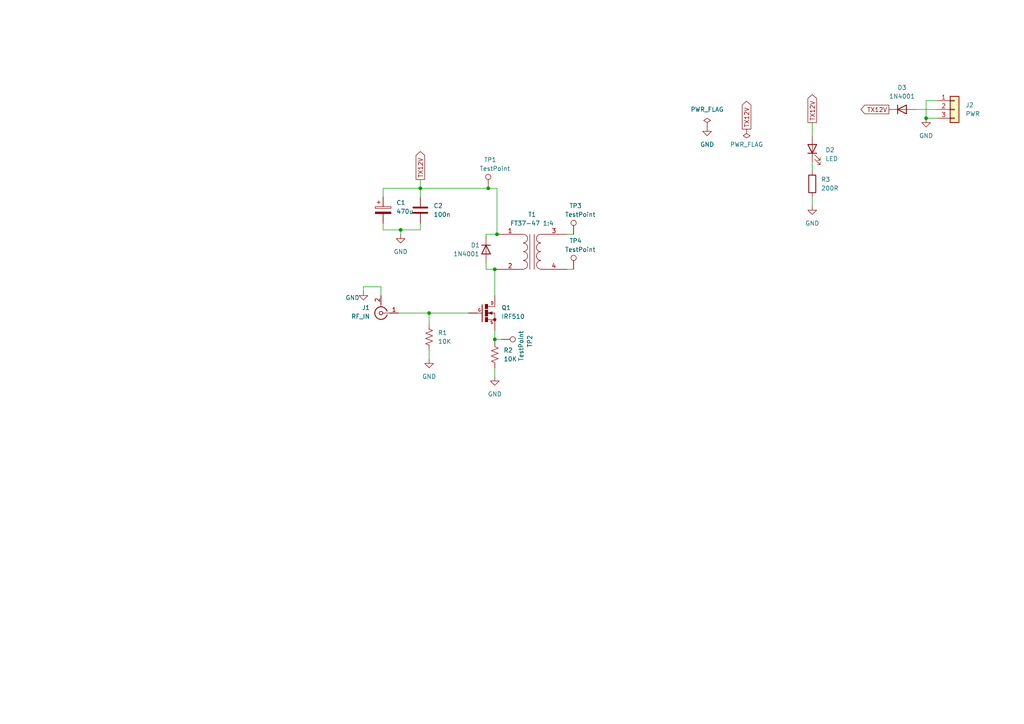
<source format=kicad_sch>
(kicad_sch (version 20211123) (generator eeschema)
  (paper "A4")
  (lib_symbols
    (symbol "Connector:Conn_Coaxial" (pin_names (offset 1.016) hide)
      (property "Reference" "J" (at 0.254 3.048 0))
      (property "Value" "Conn_Coaxial" (at 2.921 0 90))
      (symbol "Conn_Coaxial_0_1"
        (arc (start -1.778 -0.508) (mid 0.2311 -1.8066) (end 1.778 0) (stroke (width 0.254)))
        (polyline (pts (xy -2.54 0) (xy -0.508 0)))
        (polyline (pts (xy 0 -2.54) (xy 0 -1.778)))
        (circle (center 0 0) (radius 0.508) (stroke (width 0.2032)))
        (arc (start 1.778 0) (mid 0.2099 1.8101) (end -1.778 0.508) (stroke (width 0.254)))
      )
      (symbol "Conn_Coaxial_1_1"
        (pin passive line (at -5.08 0 0) (length 2.54) (name "In") (number "1"))
        (pin passive line (at 0 -5.08 90) (length 2.54) (name "Ext") (number "2"))
      )
    )
    (symbol "Connector:TestPoint" (pin_numbers hide) (pin_names (offset 0.762) hide)
      (property "Reference" "TP" (at 0 6.858 0))
      (property "Value" "TestPoint" (at 0 5.08 0))
      (symbol "TestPoint_0_1"
        (circle (center 0 3.302) (radius 0.762))
      )
      (symbol "TestPoint_1_1"
        (pin passive line (at 0 0 90) (length 2.54) (name "1") (number "1"))
      )
    )
    (symbol "Connector_Generic:Conn_01x03" (pin_names (offset 1.016) hide)
      (property "Reference" "J" (at 0 5.08 0))
      (property "Value" "Conn_01x03" (at 0 -5.08 0))
      (symbol "Conn_01x03_1_1"
        (rectangle (start -1.27 -2.413) (end 0 -2.667) (stroke (width 0.1524)))
        (rectangle (start -1.27 0.127) (end 0 -0.127) (stroke (width 0.1524)))
        (rectangle (start -1.27 2.667) (end 0 2.413) (stroke (width 0.1524)))
        (rectangle (start -1.27 3.81) (end 1.27 -3.81) (stroke (width 0.254)) (fill (type background)))
        (pin passive line (at -5.08 2.54 0) (length 3.81) (name "Pin_1") (number "1"))
        (pin passive line (at -5.08 0 0) (length 3.81) (name "Pin_2") (number "2"))
        (pin passive line (at -5.08 -2.54 0) (length 3.81) (name "Pin_3") (number "3"))
      )
    )
    (symbol "Custom_RF:Generic Transfomer" (pin_names (offset 1.016) hide)
      (property "Reference" "T" (at 0 6.35 0))
      (property "Value" "Generic Transfomer" (at 0 -7.62 0))
      (symbol "Generic Transfomer_0_1"
        (arc (start -2.54 -5.0546) (mid -1.6599 -4.6901) (end -1.27 -3.81))
        (arc (start -2.54 -2.5146) (mid -1.6599 -2.1501) (end -1.27 -1.27))
        (arc (start -2.54 0.0254) (mid -1.6599 0.3899) (end -1.27 1.27))
        (arc (start -2.54 2.5654) (mid -1.6599 2.9299) (end -1.27 3.81))
        (arc (start -1.27 -3.81) (mid -1.642 -2.912) (end -2.54 -2.54))
        (arc (start -1.27 -1.27) (mid -1.642 -0.372) (end -2.54 0))
        (arc (start -1.27 1.27) (mid -1.642 2.168) (end -2.54 2.54))
        (arc (start -1.27 3.81) (mid -1.642 4.708) (end -2.54 5.08))
        (polyline (pts (xy -0.635 5.08) (xy -0.635 -5.08)))
        (polyline (pts (xy 0.635 -5.08) (xy 0.635 5.08)))
        (arc (start 1.2954 -1.27) (mid 1.6599 -2.1501) (end 2.54 -2.5146))
        (arc (start 1.2954 1.27) (mid 1.6599 0.3899) (end 2.54 0.0254))
        (arc (start 1.2954 3.81) (mid 1.6599 2.9299) (end 2.54 2.5654))
        (arc (start 1.3208 -3.81) (mid 1.6853 -4.6901) (end 2.5654 -5.0546))
        (arc (start 2.54 0) (mid 1.642 -0.372) (end 1.2954 -1.27))
        (arc (start 2.54 2.54) (mid 1.642 2.168) (end 1.2954 1.27))
        (arc (start 2.54 5.08) (mid 1.642 4.708) (end 1.2954 3.81))
        (arc (start 2.5654 -2.54) (mid 1.6674 -2.912) (end 1.3208 -3.81))
      )
      (symbol "Generic Transfomer_1_1"
        (pin passive line (at -10.16 5.08 0) (length 7.62) (name "AA") (number "1"))
        (pin passive line (at -10.16 -5.08 0) (length 7.62) (name "AB") (number "2"))
        (pin passive line (at 10.16 5.08 180) (length 7.62) (name "SB") (number "3"))
        (pin passive line (at 10.16 -5.08 180) (length 7.62) (name "SA") (number "4"))
      )
    )
    (symbol "Custom_RF:IRF510" (pin_numbers hide) (pin_names (offset 1.016) hide)
      (property "Reference" "Q" (at 3.302 0.508 0))
      (property "Value" "IRF510" (at 3.302 -0.508 0))
      (symbol "IRF510_0_0"
        (rectangle (start -0.254 -2.54) (end 0.508 -1.27) (fill (type outline)))
        (rectangle (start -0.254 -0.889) (end 0.508 0.889) (fill (type outline)))
        (rectangle (start -0.254 1.27) (end 0.508 2.54) (fill (type outline)))
        (polyline (pts (xy -1.1176 0) (xy -2.54 0)) (stroke (width 0.1524)))
        (polyline (pts (xy -1.1176 0) (xy -1.1176 -2.54)) (stroke (width 0.254)))
        (polyline (pts (xy -1.1176 2.413) (xy -1.1176 0)) (stroke (width 0.254)))
        (polyline (pts (xy 0.508 -1.905) (xy 2.54 -1.905)) (stroke (width 0.1524)))
        (polyline (pts (xy 0.508 0) (xy 1.143 0)) (stroke (width 0.1524)))
        (polyline (pts (xy 0.508 0) (xy 1.778 0.381)) (stroke (width 0.1524)))
        (polyline (pts (xy 1.143 0) (xy 1.651 -0.127)) (stroke (width 0.3048)))
        (polyline (pts (xy 1.143 0) (xy 2.54 0)) (stroke (width 0.1524)))
        (polyline (pts (xy 1.651 0.127) (xy 1.143 0)) (stroke (width 0.3048)))
        (polyline (pts (xy 1.778 -0.381) (xy 0.508 0)) (stroke (width 0.1524)))
        (polyline (pts (xy 1.778 0.381) (xy 1.778 -0.381)) (stroke (width 0.1524)))
        (polyline (pts (xy 2.54 -1.905) (xy 2.54 -2.54)) (stroke (width 0.1524)))
        (polyline (pts (xy 2.54 0) (xy 2.54 -1.905)) (stroke (width 0.1524)))
        (polyline (pts (xy 2.54 1.905) (xy 0.5334 1.905)) (stroke (width 0.1524)))
        (polyline (pts (xy 2.54 2.54) (xy 2.54 1.905)) (stroke (width 0.1524)))
        (circle (center 2.54 -1.905) (radius 0.254) (stroke (width 0.4064)))
        (text "D" (at 1.27 2.413 0) (effects (font (size 0.8128 0.8128)) (justify left bottom)))
        (text "G" (at -2.413 0.381 0) (effects (font (size 0.8128 0.8128)) (justify left bottom)))
        (text "S" (at 1.143 -3.175 0) (effects (font (size 0.8128 0.8128)) (justify left bottom)))
        (pin passive line (at 2.54 -5.08 90) (length 2.54) (name "~") (number "1"))
        (pin passive line (at 2.54 5.08 270) (length 2.54) (name "~") (number "2"))
        (pin passive line (at -5.08 0 0) (length 2.54) (name "~") (number "3"))
      )
    )
    (symbol "Device:C" (pin_numbers hide) (pin_names (offset 0.254))
      (property "Reference" "C" (at 0.635 2.54 0))
      (property "Value" "C" (at 0.635 -2.54 0))
      (symbol "C_0_1"
        (polyline (pts (xy -2.032 -0.762) (xy 2.032 -0.762)) (stroke (width 0.508)))
        (polyline (pts (xy -2.032 0.762) (xy 2.032 0.762)) (stroke (width 0.508)))
      )
      (symbol "C_1_1"
        (pin passive line (at 0 3.81 270) (length 2.794) (name "~") (number "1"))
        (pin passive line (at 0 -3.81 90) (length 2.794) (name "~") (number "2"))
      )
    )
    (symbol "Device:C_Polarized" (pin_numbers hide) (pin_names (offset 0.254))
      (property "Reference" "C" (at 0.635 2.54 0))
      (property "Value" "C_Polarized" (at 0.635 -2.54 0))
      (symbol "C_Polarized_0_1"
        (rectangle (start -2.286 0.508) (end 2.286 1.016))
        (polyline (pts (xy -1.778 2.286) (xy -0.762 2.286)))
        (polyline (pts (xy -1.27 2.794) (xy -1.27 1.778)))
        (rectangle (start 2.286 -0.508) (end -2.286 -1.016) (fill (type outline)))
      )
      (symbol "C_Polarized_1_1"
        (pin passive line (at 0 3.81 270) (length 2.794) (name "~") (number "1"))
        (pin passive line (at 0 -3.81 90) (length 2.794) (name "~") (number "2"))
      )
    )
    (symbol "Device:LED" (pin_numbers hide) (pin_names (offset 1.016) hide)
      (property "Reference" "D" (at 0 2.54 0))
      (property "Value" "LED" (at 0 -2.54 0))
      (symbol "LED_0_1"
        (polyline (pts (xy -1.27 -1.27) (xy -1.27 1.27)) (stroke (width 0.254)))
        (polyline (pts (xy -1.27 0) (xy 1.27 0)))
        (polyline (pts (xy 1.27 -1.27) (xy 1.27 1.27) (xy -1.27 0) (xy 1.27 -1.27)) (stroke (width 0.254)))
        (polyline (pts (xy -3.048 -0.762) (xy -4.572 -2.286) (xy -3.81 -2.286) (xy -4.572 -2.286) (xy -4.572 -1.524)))
        (polyline (pts (xy -1.778 -0.762) (xy -3.302 -2.286) (xy -2.54 -2.286) (xy -3.302 -2.286) (xy -3.302 -1.524)))
      )
      (symbol "LED_1_1"
        (pin passive line (at -3.81 0 0) (length 2.54) (name "K") (number "1"))
        (pin passive line (at 3.81 0 180) (length 2.54) (name "A") (number "2"))
      )
    )
    (symbol "Device:R" (pin_numbers hide) (pin_names (offset 0))
      (property "Reference" "R" (at 2.032 0 90))
      (property "Value" "R" (at 0 0 90))
      (symbol "R_0_1"
        (rectangle (start -1.016 -2.54) (end 1.016 2.54) (stroke (width 0.254)))
      )
      (symbol "R_1_1"
        (pin passive line (at 0 3.81 270) (length 1.27) (name "~") (number "1"))
        (pin passive line (at 0 -3.81 90) (length 1.27) (name "~") (number "2"))
      )
    )
    (symbol "Device:R_US" (pin_numbers hide) (pin_names (offset 0))
      (property "Reference" "R" (at 2.54 0 90))
      (property "Value" "R_US" (at -2.54 0 90))
      (symbol "R_US_0_1"
        (polyline (pts (xy 0 -2.286) (xy 0 -2.54)))
        (polyline (pts (xy 0 2.286) (xy 0 2.54)))
        (polyline (pts (xy 0 -0.762) (xy 1.016 -1.143) (xy 0 -1.524) (xy -1.016 -1.905) (xy 0 -2.286)))
        (polyline (pts (xy 0 0.762) (xy 1.016 0.381) (xy 0 0) (xy -1.016 -0.381) (xy 0 -0.762)))
        (polyline (pts (xy 0 2.286) (xy 1.016 1.905) (xy 0 1.524) (xy -1.016 1.143) (xy 0 0.762)))
      )
      (symbol "R_US_1_1"
        (pin passive line (at 0 3.81 270) (length 1.27) (name "~") (number "1"))
        (pin passive line (at 0 -3.81 90) (length 1.27) (name "~") (number "2"))
      )
    )
    (symbol "Diode:1N4001" (pin_numbers hide) (pin_names (offset 1.016) hide)
      (property "Reference" "D" (at 0 2.54 0))
      (property "Value" "1N4001" (at 0 -2.54 0))
      (symbol "1N4001_0_1"
        (polyline (pts (xy -1.27 1.27) (xy -1.27 -1.27)) (stroke (width 0.254)))
        (polyline (pts (xy 1.27 0) (xy -1.27 0)))
        (polyline (pts (xy 1.27 1.27) (xy 1.27 -1.27) (xy -1.27 0) (xy 1.27 1.27)) (stroke (width 0.254)))
      )
      (symbol "1N4001_1_1"
        (pin passive line (at -3.81 0 0) (length 2.54) (name "K") (number "1"))
        (pin passive line (at 3.81 0 180) (length 2.54) (name "A") (number "2"))
      )
    )
    (symbol "power:GND" (power) (pin_names (offset 0))
      (property "Value" "GND" (at 0 -3.81 0))
      (symbol "GND_0_1"
        (polyline (pts (xy 0 0) (xy 0 -1.27) (xy 1.27 -1.27) (xy 0 -2.54) (xy -1.27 -1.27) (xy 0 -1.27)))
      )
      (symbol "GND_1_1"
        (pin power_in line (at 0 0 270) (length 0) hide (name "GND") (number "1"))
      )
    )
    (symbol "power:PWR_FLAG" (power) (pin_numbers hide) (pin_names (offset 0) hide)
      (property "Value" "PWR_FLAG" (at 0 3.81 0))
      (symbol "PWR_FLAG_0_0"
        (pin power_out line (at 0 0 90) (length 0) (name "pwr") (number "1"))
      )
      (symbol "PWR_FLAG_0_1"
        (polyline (pts (xy 0 0) (xy 0 1.27) (xy -1.016 1.905) (xy 0 2.54) (xy 1.016 1.905) (xy 0 1.27)))
      )
    )
  )
  (junction (at 144.145 67.945))
  (junction (at 268.605 34.29))
  (junction (at 143.51 78.105))
  (junction (at 124.46 90.805))
  (junction (at 143.51 98.425))
  (junction (at 141.605 54.61))
  (junction (at 121.92 54.61))
  (junction (at 116.205 66.675))
  (wire (pts (xy 121.92 52.07) (xy 121.92 54.61)))
  (wire (pts (xy 111.125 54.61) (xy 121.92 54.61)))
  (wire (pts (xy 164.465 67.945) (xy 166.37 67.945)))
  (wire (pts (xy 143.51 106.68) (xy 143.51 109.22)))
  (wire (pts (xy 144.145 67.945) (xy 140.97 67.945)))
  (wire (pts (xy 235.585 35.56) (xy 235.585 39.37)))
  (wire (pts (xy 143.51 78.105) (xy 140.97 78.105)))
  (wire (pts (xy 110.49 83.185) (xy 105.41 83.185)))
  (wire (pts (xy 111.125 64.77) (xy 111.125 66.675)))
  (wire (pts (xy 143.51 78.105) (xy 144.145 78.105)))
  (wire (pts (xy 143.51 95.885) (xy 143.51 98.425)))
  (wire (pts (xy 124.46 90.805) (xy 124.46 93.98)))
  (wire (pts (xy 143.51 98.425) (xy 145.415 98.425)))
  (wire (pts (xy 144.145 54.61) (xy 144.145 67.945)))
  (wire (pts (xy 235.585 57.15) (xy 235.585 59.69)))
  (wire (pts (xy 121.92 54.61) (xy 121.92 57.15)))
  (wire (pts (xy 235.585 46.99) (xy 235.585 49.53)))
  (wire (pts (xy 121.92 54.61) (xy 141.605 54.61)))
  (wire (pts (xy 111.125 57.15) (xy 111.125 54.61)))
  (wire (pts (xy 121.92 64.77) (xy 121.92 66.675)))
  (wire (pts (xy 265.43 31.75) (xy 271.78 31.75)))
  (wire (pts (xy 124.46 90.805) (xy 135.89 90.805)))
  (wire (pts (xy 116.205 66.675) (xy 116.205 67.945)))
  (wire (pts (xy 268.605 29.21) (xy 268.605 34.29)))
  (wire (pts (xy 111.125 66.675) (xy 116.205 66.675)))
  (wire (pts (xy 143.51 78.105) (xy 143.51 85.725)))
  (wire (pts (xy 110.49 85.725) (xy 110.49 83.185)))
  (wire (pts (xy 140.97 78.105) (xy 140.97 76.2)))
  (wire (pts (xy 115.57 90.805) (xy 124.46 90.805)))
  (wire (pts (xy 124.46 101.6) (xy 124.46 104.14)))
  (wire (pts (xy 271.78 29.21) (xy 268.605 29.21)))
  (wire (pts (xy 105.41 83.185) (xy 105.41 84.455)))
  (wire (pts (xy 143.51 98.425) (xy 143.51 99.06)))
  (wire (pts (xy 268.605 34.29) (xy 271.78 34.29)))
  (wire (pts (xy 164.465 78.105) (xy 166.37 78.105)))
  (wire (pts (xy 116.205 66.675) (xy 121.92 66.675)))
  (wire (pts (xy 141.605 54.61) (xy 144.145 54.61)))
  (wire (pts (xy 140.97 67.945) (xy 140.97 68.58)))
  (global_label "TX12V" (shape output) (at 257.81 31.75 180) (property "Intersheet References" "${INTERSHEET_REFS}" (effects hide)))
  (global_label "TX12V" (shape output) (at 121.92 52.07 90) (property "Intersheet References" "${INTERSHEET_REFS}" (effects hide)))
  (global_label "TX12V" (shape output) (at 216.535 37.465 90) (property "Intersheet References" "${INTERSHEET_REFS}" (effects hide)))
  (global_label "TX12V" (shape output) (at 235.585 35.56 90) (property "Intersheet References" "${INTERSHEET_REFS}" (effects hide)))
  (symbol (lib_id "power:GND") (at 105.41 84.455 0) (unit 1)
    (property "Reference" "#PWR01" (effects hide))
    (property "Value" "GND" (at 102.235 86.36 0))
  )
  (symbol (lib_id "Device:C_Polarized") (at 111.125 60.96 0) (unit 1)
    (property "Reference" "C1" (at 114.935 58.8009 0) (effects (justify left)))
    (property "Value" "470u" (at 114.935 61.3409 0) (effects (justify left)))
    (property "Footprint" "Capacitor_THT:CP_Radial_D8.0mm_P2.50mm" (effects hide))
  )
  (symbol (lib_id "Device:C") (at 121.92 60.96 0) (unit 1)
    (property "Reference" "C2" (at 125.73 59.6899 0) (effects (justify left)))
    (property "Value" "100n" (at 125.73 62.2299 0) (effects (justify left)))
    (property "Footprint" "Capacitor_THT:C_Disc_D5.0mm_W2.5mm_P5.00mm" (effects hide))
  )
  (symbol (lib_id "power:GND") (at 205.105 36.83 0) (unit 1)
    (property "Reference" "#PWR0101" (effects hide))
    (property "Value" "GND" (at 205.105 41.91 0))
  )
  (symbol (lib_id "Device:R_US") (at 143.51 102.87 180) (unit 1)
    (property "Reference" "R2" (at 146.05 101.5999 0) (effects (justify right)))
    (property "Value" "10K" (at 146.05 104.1399 0) (effects (justify right)))
    (property "Footprint" "Resistor_THT:R_Axial_DIN0204_L3.6mm_D1.6mm_P5.08mm_Horizontal" (effects hide))
  )
  (symbol (lib_id "Connector:TestPoint") (at 166.37 78.105 0) (unit 1)
    (property "Reference" "TP4" (at 165.1 69.85 0) (effects (justify left)))
    (property "Value" "TestPoint" (at 163.83 72.39 0) (effects (justify left)))
    (property "Footprint" "Connector_PinHeader_1.00mm:PinHeader_1x01_P1.00mm_Vertical" (effects hide))
  )
  (symbol (lib_id "Custom_RF:IRF510") (at 140.97 90.805 0) (unit 1)
    (property "Reference" "Q1" (at 145.415 89.2616 0) (effects (justify left)))
    (property "Value" "IRF510" (at 145.415 91.8016 0) (effects (justify left)))
    (property "Footprint" "SnapEDAFootprints:TO220" (effects hide))
  )
  (symbol (lib_id "power:GND") (at 235.585 59.69 0) (unit 1)
    (property "Reference" "#PWR05" (effects hide))
    (property "Value" "GND" (at 235.585 64.77 0))
  )
  (symbol (lib_id "power:GND") (at 143.51 109.22 0) (unit 1)
    (property "Reference" "#PWR04" (effects hide))
    (property "Value" "GND" (at 143.51 114.3 0))
  )
  (symbol (lib_id "Connector:TestPoint") (at 145.415 98.425 270) (unit 1)
    (property "Reference" "TP2" (at 153.67 97.155 0) (effects (justify left)))
    (property "Value" "TestPoint" (at 151.13 95.885 0) (effects (justify left)))
    (property "Footprint" "Connector_PinHeader_1.00mm:PinHeader_1x01_P1.00mm_Vertical" (effects hide))
  )
  (symbol (lib_id "Connector:TestPoint") (at 166.37 67.945 0) (unit 1)
    (property "Reference" "TP3" (at 165.1 59.69 0) (effects (justify left)))
    (property "Value" "TestPoint" (at 163.83 62.23 0) (effects (justify left)))
    (property "Footprint" "Connector_PinHeader_1.00mm:PinHeader_1x01_P1.00mm_Vertical" (effects hide))
  )
  (symbol (lib_id "power:GND") (at 116.205 67.945 0) (unit 1)
    (property "Reference" "#PWR02" (effects hide))
    (property "Value" "GND" (at 116.205 73.025 0))
  )
  (symbol (lib_id "Diode:1N4001") (at 261.62 31.75 0) (unit 1)
    (property "Reference" "D3" (at 261.62 25.4 0))
    (property "Value" "1N4001" (at 261.62 27.94 0))
    (property "Footprint" "Diode_THT:D_DO-41_SOD81_P10.16mm_Horizontal" (effects hide))
    (property "Datasheet" "http://www.vishay.com/docs/88503/1n4001.pdf" (effects hide))
  )
  (symbol (lib_id "Device:R_US") (at 124.46 97.79 180) (unit 1)
    (property "Reference" "R1" (at 127 96.5199 0) (effects (justify right)))
    (property "Value" "10K" (at 127 99.0599 0) (effects (justify right)))
    (property "Footprint" "Resistor_THT:R_Axial_DIN0204_L3.6mm_D1.6mm_P5.08mm_Horizontal" (effects hide))
  )
  (symbol (lib_id "Custom_RF:Generic Transfomer") (at 154.305 73.025 0) (unit 1)
    (property "Reference" "T1" (at 154.3177 62.23 0))
    (property "Value" "FT37-47 1:4" (at 154.3177 64.77 0))
    (property "Footprint" "Transformer_THT:Transformer_Toroid_Horizontal_D10.5mm_Amidon-T37" (effects hide))
  )
  (symbol (lib_id "Connector:Conn_Coaxial") (at 110.49 90.805 180) (unit 1)
    (property "Reference" "J1" (at 107.315 89.2417 0) (effects (justify left)))
    (property "Value" "RF_IN" (at 107.315 91.7817 0) (effects (justify left)))
    (property "Footprint" "Connector_Coaxial:SMA_Amphenol_901-144_Vertical" (effects hide))
    (property "Datasheet" " ~" (effects hide))
  )
  (symbol (lib_id "power:PWR_FLAG") (at 205.105 36.83 0) (unit 1)
    (property "Reference" "#FLG0101" (effects hide))
    (property "Value" "PWR_FLAG" (at 205.105 31.75 0))
  )
  (symbol (lib_id "power:GND") (at 124.46 104.14 0) (unit 1)
    (property "Reference" "#PWR03" (effects hide))
    (property "Value" "GND" (at 124.46 109.22 0))
  )
  (symbol (lib_id "Device:LED") (at 235.585 43.18 90) (unit 1)
    (property "Reference" "D2" (at 239.395 43.4974 90) (effects (justify right)))
    (property "Value" "LED" (at 239.395 46.0374 90) (effects (justify right)))
    (property "Footprint" "LED_THT:LED_D3.0mm" (effects hide))
  )
  (symbol (lib_id "Device:R") (at 235.585 53.34 0) (unit 1)
    (property "Reference" "R3" (at 238.125 52.0699 0) (effects (justify left)))
    (property "Value" "200R" (at 238.125 54.6099 0) (effects (justify left)))
    (property "Footprint" "Resistor_THT:R_Axial_DIN0204_L3.6mm_D1.6mm_P5.08mm_Horizontal" (effects hide))
  )
  (symbol (lib_id "Connector:TestPoint") (at 141.605 54.61 0) (unit 1)
    (property "Reference" "TP1" (at 140.335 46.355 0) (effects (justify left)))
    (property "Value" "TestPoint" (at 139.065 48.895 0) (effects (justify left)))
    (property "Footprint" "Connector_PinHeader_1.00mm:PinHeader_1x01_P1.00mm_Vertical" (effects hide))
  )
  (symbol (lib_id "power:PWR_FLAG") (at 216.535 37.465 180) (unit 1)
    (property "Reference" "#FLG0102" (effects hide))
    (property "Value" "PWR_FLAG" (at 216.535 41.91 0))
  )
  (symbol (lib_id "Connector_Generic:Conn_01x03") (at 276.86 31.75 0) (unit 1)
    (property "Reference" "J2" (at 280.035 30.4799 0) (effects (justify left)))
    (property "Value" "PWR" (at 280.035 33.0199 0) (effects (justify left)))
    (property "Footprint" "Connector_PinHeader_2.54mm:PinHeader_1x03_P2.54mm_Vertical" (effects hide))
  )
  (symbol (lib_id "power:GND") (at 268.605 34.29 0) (unit 1)
    (property "Reference" "#PWR06" (effects hide))
    (property "Value" "GND" (at 268.605 39.37 0))
  )
  (symbol (lib_id "Diode:1N4001") (at 140.97 72.39 270) (unit 1)
    (property "Reference" "D1" (at 136.525 71.12 90) (effects (justify left)))
    (property "Value" "1N4001" (at 131.445 73.66 90) (effects (justify left)))
    (property "Footprint" "Diode_THT:D_DO-41_SOD81_P10.16mm_Horizontal" (effects hide))
    (property "Datasheet" "http://www.vishay.com/docs/88503/1n4001.pdf" (effects hide))
  )
)
</source>
